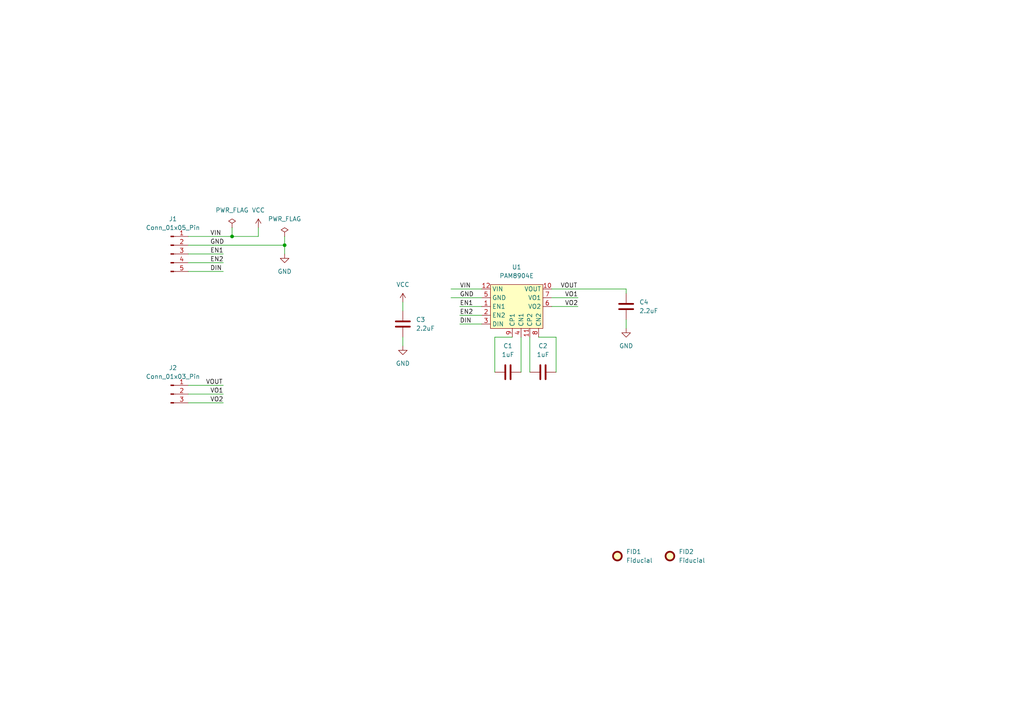
<source format=kicad_sch>
(kicad_sch (version 20230121) (generator eeschema)
  (paper "A4")
  (lib_symbols
    (symbol "Connector:Conn_01x03_Pin" (pin_names (offset 1.016) hide)
      (property "Reference" "J" (at 0 5.08 0))
      (property "Value" "Conn_01x03_Pin" (at 0 -5.08 0))
      (symbol "Conn_01x03_Pin_1_1"
        (polyline (pts (xy 1.27 -2.54) (xy 0.8636 -2.54)) (stroke (width 0.1524)))
        (polyline (pts (xy 1.27 0) (xy 0.8636 0)) (stroke (width 0.1524)))
        (polyline (pts (xy 1.27 2.54) (xy 0.8636 2.54)) (stroke (width 0.1524)))
        (rectangle (start 0.8636 -2.413) (end 0 -2.667) (stroke (width 0.1524)) (fill (type outline)))
        (rectangle (start 0.8636 0.127) (end 0 -0.127) (stroke (width 0.1524)) (fill (type outline)))
        (rectangle (start 0.8636 2.667) (end 0 2.413) (stroke (width 0.1524)) (fill (type outline)))
        (pin passive line (at 5.08 2.54 180) (length 3.81) (name "Pin_1") (number "1"))
        (pin passive line (at 5.08 0 180) (length 3.81) (name "Pin_2") (number "2"))
        (pin passive line (at 5.08 -2.54 180) (length 3.81) (name "Pin_3") (number "3"))
      )
    )
    (symbol "Connector:Conn_01x05_Pin" (pin_names (offset 1.016) hide)
      (property "Reference" "J" (at 0 7.62 0))
      (property "Value" "Conn_01x05_Pin" (at 0 -7.62 0))
      (symbol "Conn_01x05_Pin_1_1"
        (polyline (pts (xy 1.27 -5.08) (xy 0.8636 -5.08)) (stroke (width 0.1524)))
        (polyline (pts (xy 1.27 -2.54) (xy 0.8636 -2.54)) (stroke (width 0.1524)))
        (polyline (pts (xy 1.27 0) (xy 0.8636 0)) (stroke (width 0.1524)))
        (polyline (pts (xy 1.27 2.54) (xy 0.8636 2.54)) (stroke (width 0.1524)))
        (polyline (pts (xy 1.27 5.08) (xy 0.8636 5.08)) (stroke (width 0.1524)))
        (rectangle (start 0.8636 -4.953) (end 0 -5.207) (stroke (width 0.1524)) (fill (type outline)))
        (rectangle (start 0.8636 -2.413) (end 0 -2.667) (stroke (width 0.1524)) (fill (type outline)))
        (rectangle (start 0.8636 0.127) (end 0 -0.127) (stroke (width 0.1524)) (fill (type outline)))
        (rectangle (start 0.8636 2.667) (end 0 2.413) (stroke (width 0.1524)) (fill (type outline)))
        (rectangle (start 0.8636 5.207) (end 0 4.953) (stroke (width 0.1524)) (fill (type outline)))
        (pin passive line (at 5.08 5.08 180) (length 3.81) (name "Pin_1") (number "1"))
        (pin passive line (at 5.08 2.54 180) (length 3.81) (name "Pin_2") (number "2"))
        (pin passive line (at 5.08 0 180) (length 3.81) (name "Pin_3") (number "3"))
        (pin passive line (at 5.08 -2.54 180) (length 3.81) (name "Pin_4") (number "4"))
        (pin passive line (at 5.08 -5.08 180) (length 3.81) (name "Pin_5") (number "5"))
      )
    )
    (symbol "Device:C" (pin_numbers hide) (pin_names (offset 0.254))
      (property "Reference" "C" (at 0.635 2.54 0))
      (property "Value" "C" (at 0.635 -2.54 0))
      (symbol "C_0_1"
        (polyline (pts (xy -2.032 -0.762) (xy 2.032 -0.762)) (stroke (width 0.508)))
        (polyline (pts (xy -2.032 0.762) (xy 2.032 0.762)) (stroke (width 0.508)))
      )
      (symbol "C_1_1"
        (pin passive line (at 0 3.81 270) (length 2.794) (name "~") (number "1"))
        (pin passive line (at 0 -3.81 90) (length 2.794) (name "~") (number "2"))
      )
    )
    (symbol "Mechanical:Fiducial"
      (property "Reference" "FID" (at 0 5.08 0))
      (property "Value" "Fiducial" (at 0 3.175 0))
      (symbol "Fiducial_0_1"
        (circle (center 0 0) (radius 1.27) (stroke (width 0.508)) (fill (type background)))
      )
    )
    (symbol "power:GND" (power) (pin_names (offset 0))
      (property "Value" "GND" (at 0 -3.81 0))
      (symbol "GND_0_1"
        (polyline (pts (xy 0 0) (xy 0 -1.27) (xy 1.27 -1.27) (xy 0 -2.54) (xy -1.27 -1.27) (xy 0 -1.27)))
      )
      (symbol "GND_1_1"
        (pin power_in line (at 0 0 270) (length 0) hide (name "GND") (number "1"))
      )
    )
    (symbol "power:PWR_FLAG" (power) (pin_numbers hide) (pin_names (offset 0) hide)
      (property "Value" "PWR_FLAG" (at 0 3.81 0))
      (symbol "PWR_FLAG_0_0"
        (pin power_out line (at 0 0 90) (length 0) (name "pwr") (number "1"))
      )
      (symbol "PWR_FLAG_0_1"
        (polyline (pts (xy 0 0) (xy 0 1.27) (xy -1.016 1.905) (xy 0 2.54) (xy 1.016 1.905) (xy 0 1.27)))
      )
    )
    (symbol "power:VCC" (power) (pin_names (offset 0))
      (property "Value" "VCC" (at 0 3.81 0))
      (symbol "VCC_0_1"
        (polyline (pts (xy -0.762 1.27) (xy 0 2.54)))
        (polyline (pts (xy 0 0) (xy 0 2.54)))
        (polyline (pts (xy 0 2.54) (xy 0.762 1.27)))
      )
      (symbol "VCC_1_1"
        (pin power_in line (at 0 0 90) (length 0) hide (name "VCC") (number "1"))
      )
    )
    (symbol "test_library:PAM8904E"
      (property "Reference" "U" (at -6.35 7.62 0))
      (property "Value" "PAM8904E" (at 2.54 7.62 0))
      (symbol "PAM8904E_1_1"
        (rectangle (start -7.62 6.35) (end 7.62 -6.35) (fill (type background)))
        (pin input line (at -10.16 0 0) (length 2.54) (name "EN1") (number "1"))
        (pin output line (at 10.16 5.08 180) (length 2.54) (name "VOUT") (number "10"))
        (pin input line (at 3.81 -8.89 90) (length 2.54) (name "CP2") (number "11"))
        (pin power_in line (at -10.16 5.08 0) (length 2.54) (name "VIN") (number "12"))
        (pin input line (at -10.16 -2.54 0) (length 2.54) (name "EN2") (number "2"))
        (pin input line (at -10.16 -5.08 0) (length 2.54) (name "DIN") (number "3"))
        (pin input line (at 1.27 -8.89 90) (length 2.54) (name "CN1") (number "4"))
        (pin input line (at -10.16 2.54 0) (length 2.54) (name "GND") (number "5"))
        (pin output line (at 10.16 0 180) (length 2.54) (name "VO2") (number "6"))
        (pin output line (at 10.16 2.54 180) (length 2.54) (name "VO1") (number "7"))
        (pin input line (at 6.35 -8.89 90) (length 2.54) (name "CN2") (number "8"))
        (pin input line (at -1.27 -8.89 90) (length 2.54) (name "CP1") (number "9"))
      )
    )
  )
  (junction (at 67.31 68.58))
  (junction (at 82.55 71.12))
  (wire (pts (xy 74.93 68.58) (xy 67.31 68.58)))
  (wire (pts (xy 151.13 97.79) (xy 151.13 107.95)))
  (wire (pts (xy 133.35 93.98) (xy 139.7 93.98)))
  (wire (pts (xy 160.02 83.82) (xy 181.61 83.82)))
  (wire (pts (xy 130.81 86.36) (xy 139.7 86.36)))
  (wire (pts (xy 54.61 68.58) (xy 67.31 68.58)))
  (wire (pts (xy 54.61 71.12) (xy 82.55 71.12)))
  (wire (pts (xy 133.35 88.9) (xy 139.7 88.9)))
  (wire (pts (xy 54.61 76.2) (xy 64.77 76.2)))
  (wire (pts (xy 82.55 68.58) (xy 82.55 71.12)))
  (wire (pts (xy 160.02 88.9) (xy 167.64 88.9)))
  (wire (pts (xy 133.35 91.44) (xy 139.7 91.44)))
  (wire (pts (xy 160.02 86.36) (xy 167.64 86.36)))
  (wire (pts (xy 54.61 73.66) (xy 64.77 73.66)))
  (wire (pts (xy 54.61 116.84) (xy 64.77 116.84)))
  (wire (pts (xy 153.67 97.79) (xy 153.67 107.95)))
  (wire (pts (xy 130.81 83.82) (xy 139.7 83.82)))
  (wire (pts (xy 156.21 97.79) (xy 161.29 97.79)))
  (wire (pts (xy 54.61 111.76) (xy 64.77 111.76)))
  (wire (pts (xy 54.61 78.74) (xy 64.77 78.74)))
  (wire (pts (xy 143.51 97.79) (xy 143.51 107.95)))
  (wire (pts (xy 148.59 97.79) (xy 143.51 97.79)))
  (wire (pts (xy 67.31 68.58) (xy 67.31 66.04)))
  (wire (pts (xy 116.84 87.63) (xy 116.84 90.17)))
  (wire (pts (xy 161.29 97.79) (xy 161.29 107.95)))
  (wire (pts (xy 54.61 114.3) (xy 64.77 114.3)))
  (wire (pts (xy 74.93 66.04) (xy 74.93 68.58)))
  (wire (pts (xy 181.61 83.82) (xy 181.61 85.09)))
  (wire (pts (xy 116.84 97.79) (xy 116.84 100.33)))
  (wire (pts (xy 181.61 92.71) (xy 181.61 95.25)))
  (wire (pts (xy 82.55 71.12) (xy 82.55 73.66)))
  (label "EN1" (at 60.96 73.66 0))
  (label "VOUT" (at 59.69 111.76 0))
  (label "VIN" (at 133.35 83.82 0))
  (label "VO2" (at 60.96 116.84 0))
  (label "VOUT" (at 162.56 83.82 0))
  (label "VO1" (at 163.83 86.36 0))
  (label "VO2" (at 163.83 88.9 0))
  (label "EN2" (at 60.96 76.2 0))
  (label "DIN" (at 133.35 93.98 0))
  (label "EN1" (at 133.35 88.9 0))
  (label "VIN" (at 60.96 68.58 0))
  (label "VO1" (at 60.96 114.3 0))
  (label "EN2" (at 133.35 91.44 0))
  (label "GND" (at 133.35 86.36 0))
  (label "DIN" (at 60.96 78.74 0))
  (label "GND" (at 60.96 71.12 0))
  (symbol (lib_id "Connector:Conn_01x03_Pin") (at 49.53 114.3 0) (unit 1)
    (property "Reference" "J2" (at 50.165 106.68 0))
    (property "Value" "Conn_01x03_Pin" (at 50.165 109.22 0))
    (property "Footprint" "Connector_PinHeader_2.54mm:PinHeader_1x03_P2.54mm_Vertical" (effects hide))
  )
  (symbol (lib_id "Mechanical:Fiducial") (at 194.31 161.29 0) (unit 1)
    (property "Reference" "FID2" (at 196.85 160.02 0) (effects (justify left)))
    (property "Value" "Fiducial" (at 196.85 162.56 0) (effects (justify left)))
    (property "Footprint" "Fiducial:Fiducial_0.5mm_Mask1mm" (effects hide))
  )
  (symbol (lib_id "power:VCC") (at 74.93 66.04 0) (unit 1)
    (property "Reference" "#PWR01" (effects hide))
    (property "Value" "VCC" (at 74.93 60.96 0))
  )
  (symbol (lib_id "Mechanical:Fiducial") (at 179.07 161.29 0) (unit 1)
    (property "Reference" "FID1" (at 181.61 160.02 0) (effects (justify left)))
    (property "Value" "Fiducial" (at 181.61 162.56 0) (effects (justify left)))
    (property "Footprint" "Fiducial:Fiducial_0.5mm_Mask1mm" (effects hide))
  )
  (symbol (lib_id "test_library:PAM8904E") (at 149.86 88.9 0) (unit 1)
    (property "Reference" "U1" (at 149.86 77.47 0))
    (property "Value" "PAM8904E" (at 149.86 80.01 0))
    (property "Footprint" "test_footprint_library:QFN-12_EP_2.05x2.05_Pitch0.4mm" (effects hide))
    (property "LCSC" "C510550" (effects hide))
  )
  (symbol (lib_id "Device:C") (at 147.32 107.95 90) (unit 1)
    (property "Reference" "C1" (at 147.32 100.33 90))
    (property "Value" "1uF" (at 147.32 102.87 90))
    (property "Footprint" "Capacitor_SMD:C_0603_1608Metric" (effects hide))
    (property "LCSC" "C77049" (effects hide))
  )
  (symbol (lib_id "Device:C") (at 181.61 88.9 0) (unit 1)
    (property "Reference" "C4" (at 185.42 87.63 0) (effects (justify left)))
    (property "Value" "2.2uF" (at 185.42 90.17 0) (effects (justify left)))
    (property "Footprint" "Capacitor_SMD:C_0603_1608Metric" (effects hide))
    (property "LCSC" "C2835569" (effects hide))
  )
  (symbol (lib_id "power:GND") (at 82.55 73.66 0) (unit 1)
    (property "Reference" "#PWR02" (effects hide))
    (property "Value" "GND" (at 82.55 78.74 0))
  )
  (symbol (lib_id "power:PWR_FLAG") (at 82.55 68.58 0) (unit 1)
    (property "Reference" "#FLG02" (effects hide))
    (property "Value" "PWR_FLAG" (at 82.55 63.5 0))
  )
  (symbol (lib_id "Device:C") (at 116.84 93.98 0) (unit 1)
    (property "Reference" "C3" (at 120.65 92.71 0) (effects (justify left)))
    (property "Value" "2.2uF" (at 120.65 95.25 0) (effects (justify left)))
    (property "Footprint" "Capacitor_SMD:C_0603_1608Metric" (effects hide))
    (property "LCSC" "C2835569" (effects hide))
  )
  (symbol (lib_id "power:VCC") (at 116.84 87.63 0) (unit 1)
    (property "Reference" "#PWR03" (effects hide))
    (property "Value" "VCC" (at 116.84 82.55 0))
  )
  (symbol (lib_id "power:GND") (at 181.61 95.25 0) (unit 1)
    (property "Reference" "#PWR05" (effects hide))
    (property "Value" "GND" (at 181.61 100.33 0))
  )
  (symbol (lib_id "Connector:Conn_01x05_Pin") (at 49.53 73.66 0) (unit 1)
    (property "Reference" "J1" (at 50.165 63.5 0))
    (property "Value" "Conn_01x05_Pin" (at 50.165 66.04 0))
    (property "Footprint" "Connector_PinHeader_2.54mm:PinHeader_1x05_P2.54mm_Vertical" (effects hide))
  )
  (symbol (lib_id "Device:C") (at 157.48 107.95 90) (unit 1)
    (property "Reference" "C2" (at 157.48 100.33 90))
    (property "Value" "1uF" (at 157.48 102.87 90))
    (property "Footprint" "Capacitor_SMD:C_0603_1608Metric" (effects hide))
    (property "LCSC" "C77049" (effects hide))
  )
  (symbol (lib_id "power:PWR_FLAG") (at 67.31 66.04 0) (unit 1)
    (property "Reference" "#FLG01" (effects hide))
    (property "Value" "PWR_FLAG" (at 67.31 60.96 0))
  )
  (symbol (lib_id "power:GND") (at 116.84 100.33 0) (unit 1)
    (property "Reference" "#PWR04" (effects hide))
    (property "Value" "GND" (at 116.84 105.41 0))
  )
)
</source>
